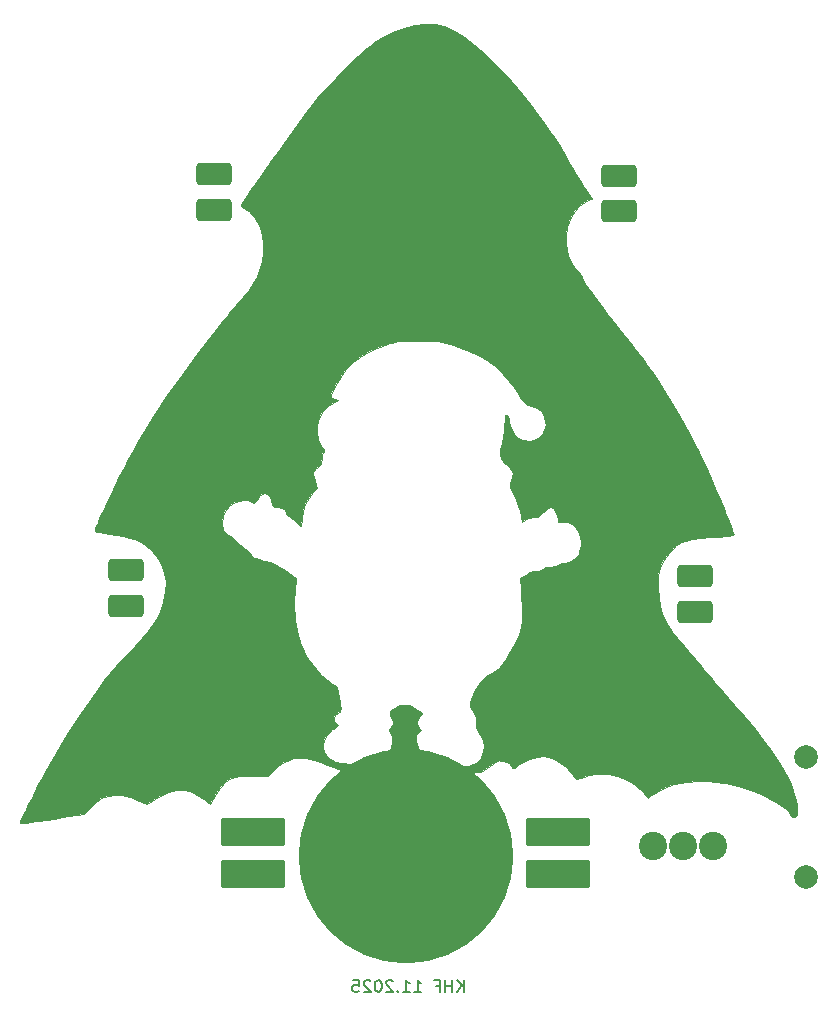
<source format=gbr>
%TF.GenerationSoftware,KiCad,Pcbnew,9.0.6*%
%TF.CreationDate,2025-12-01T09:21:34+01:00*%
%TF.ProjectId,BL_Santa,424c5f53-616e-4746-912e-6b696361645f,rev?*%
%TF.SameCoordinates,Original*%
%TF.FileFunction,Soldermask,Bot*%
%TF.FilePolarity,Negative*%
%FSLAX46Y46*%
G04 Gerber Fmt 4.6, Leading zero omitted, Abs format (unit mm)*
G04 Created by KiCad (PCBNEW 9.0.6) date 2025-12-01 09:21:34*
%MOMM*%
%LPD*%
G01*
G04 APERTURE LIST*
G04 Aperture macros list*
%AMRoundRect*
0 Rectangle with rounded corners*
0 $1 Rounding radius*
0 $2 $3 $4 $5 $6 $7 $8 $9 X,Y pos of 4 corners*
0 Add a 4 corners polygon primitive as box body*
4,1,4,$2,$3,$4,$5,$6,$7,$8,$9,$2,$3,0*
0 Add four circle primitives for the rounded corners*
1,1,$1+$1,$2,$3*
1,1,$1+$1,$4,$5*
1,1,$1+$1,$6,$7*
1,1,$1+$1,$8,$9*
0 Add four rect primitives between the rounded corners*
20,1,$1+$1,$2,$3,$4,$5,0*
20,1,$1+$1,$4,$5,$6,$7,0*
20,1,$1+$1,$6,$7,$8,$9,0*
20,1,$1+$1,$8,$9,$2,$3,0*%
G04 Aperture macros list end*
%ADD10C,0.150000*%
%ADD11C,0.010000*%
%ADD12RoundRect,0.316667X-1.183333X0.633333X-1.183333X-0.633333X1.183333X-0.633333X1.183333X0.633333X0*%
%ADD13RoundRect,0.200000X-2.500000X-1.000000X2.500000X-1.000000X2.500000X1.000000X-2.500000X1.000000X0*%
%ADD14C,18.180000*%
%ADD15C,2.400000*%
%ADD16C,2.000000*%
G04 APERTURE END LIST*
D10*
X124013220Y-142389819D02*
X124013220Y-141389819D01*
X123441792Y-142389819D02*
X123870363Y-141818390D01*
X123441792Y-141389819D02*
X124013220Y-141961247D01*
X123013220Y-142389819D02*
X123013220Y-141389819D01*
X123013220Y-141866009D02*
X122441792Y-141866009D01*
X122441792Y-142389819D02*
X122441792Y-141389819D01*
X121632268Y-141866009D02*
X121965601Y-141866009D01*
X121965601Y-142389819D02*
X121965601Y-141389819D01*
X121965601Y-141389819D02*
X121489411Y-141389819D01*
X119822744Y-142389819D02*
X120394172Y-142389819D01*
X120108458Y-142389819D02*
X120108458Y-141389819D01*
X120108458Y-141389819D02*
X120203696Y-141532676D01*
X120203696Y-141532676D02*
X120298934Y-141627914D01*
X120298934Y-141627914D02*
X120394172Y-141675533D01*
X118870363Y-142389819D02*
X119441791Y-142389819D01*
X119156077Y-142389819D02*
X119156077Y-141389819D01*
X119156077Y-141389819D02*
X119251315Y-141532676D01*
X119251315Y-141532676D02*
X119346553Y-141627914D01*
X119346553Y-141627914D02*
X119441791Y-141675533D01*
X118441791Y-142294580D02*
X118394172Y-142342200D01*
X118394172Y-142342200D02*
X118441791Y-142389819D01*
X118441791Y-142389819D02*
X118489410Y-142342200D01*
X118489410Y-142342200D02*
X118441791Y-142294580D01*
X118441791Y-142294580D02*
X118441791Y-142389819D01*
X118013220Y-141485057D02*
X117965601Y-141437438D01*
X117965601Y-141437438D02*
X117870363Y-141389819D01*
X117870363Y-141389819D02*
X117632268Y-141389819D01*
X117632268Y-141389819D02*
X117537030Y-141437438D01*
X117537030Y-141437438D02*
X117489411Y-141485057D01*
X117489411Y-141485057D02*
X117441792Y-141580295D01*
X117441792Y-141580295D02*
X117441792Y-141675533D01*
X117441792Y-141675533D02*
X117489411Y-141818390D01*
X117489411Y-141818390D02*
X118060839Y-142389819D01*
X118060839Y-142389819D02*
X117441792Y-142389819D01*
X116822744Y-141389819D02*
X116727506Y-141389819D01*
X116727506Y-141389819D02*
X116632268Y-141437438D01*
X116632268Y-141437438D02*
X116584649Y-141485057D01*
X116584649Y-141485057D02*
X116537030Y-141580295D01*
X116537030Y-141580295D02*
X116489411Y-141770771D01*
X116489411Y-141770771D02*
X116489411Y-142008866D01*
X116489411Y-142008866D02*
X116537030Y-142199342D01*
X116537030Y-142199342D02*
X116584649Y-142294580D01*
X116584649Y-142294580D02*
X116632268Y-142342200D01*
X116632268Y-142342200D02*
X116727506Y-142389819D01*
X116727506Y-142389819D02*
X116822744Y-142389819D01*
X116822744Y-142389819D02*
X116917982Y-142342200D01*
X116917982Y-142342200D02*
X116965601Y-142294580D01*
X116965601Y-142294580D02*
X117013220Y-142199342D01*
X117013220Y-142199342D02*
X117060839Y-142008866D01*
X117060839Y-142008866D02*
X117060839Y-141770771D01*
X117060839Y-141770771D02*
X117013220Y-141580295D01*
X117013220Y-141580295D02*
X116965601Y-141485057D01*
X116965601Y-141485057D02*
X116917982Y-141437438D01*
X116917982Y-141437438D02*
X116822744Y-141389819D01*
X116108458Y-141485057D02*
X116060839Y-141437438D01*
X116060839Y-141437438D02*
X115965601Y-141389819D01*
X115965601Y-141389819D02*
X115727506Y-141389819D01*
X115727506Y-141389819D02*
X115632268Y-141437438D01*
X115632268Y-141437438D02*
X115584649Y-141485057D01*
X115584649Y-141485057D02*
X115537030Y-141580295D01*
X115537030Y-141580295D02*
X115537030Y-141675533D01*
X115537030Y-141675533D02*
X115584649Y-141818390D01*
X115584649Y-141818390D02*
X116156077Y-142389819D01*
X116156077Y-142389819D02*
X115537030Y-142389819D01*
X114632268Y-141389819D02*
X115108458Y-141389819D01*
X115108458Y-141389819D02*
X115156077Y-141866009D01*
X115156077Y-141866009D02*
X115108458Y-141818390D01*
X115108458Y-141818390D02*
X115013220Y-141770771D01*
X115013220Y-141770771D02*
X114775125Y-141770771D01*
X114775125Y-141770771D02*
X114679887Y-141818390D01*
X114679887Y-141818390D02*
X114632268Y-141866009D01*
X114632268Y-141866009D02*
X114584649Y-141961247D01*
X114584649Y-141961247D02*
X114584649Y-142199342D01*
X114584649Y-142199342D02*
X114632268Y-142294580D01*
X114632268Y-142294580D02*
X114679887Y-142342200D01*
X114679887Y-142342200D02*
X114775125Y-142389819D01*
X114775125Y-142389819D02*
X115013220Y-142389819D01*
X115013220Y-142389819D02*
X115108458Y-142342200D01*
X115108458Y-142342200D02*
X115156077Y-142294580D01*
D11*
%TO.C,G\u002A\u002A\u002A*%
X121578185Y-60448350D02*
X122327579Y-60624060D01*
X122357563Y-60634660D01*
X123124034Y-60976805D01*
X123946247Y-61470877D01*
X124818080Y-62111178D01*
X125733410Y-62892008D01*
X126686113Y-63807668D01*
X127670067Y-64852458D01*
X128679149Y-66020679D01*
X129707235Y-67306631D01*
X130146419Y-67884733D01*
X130641392Y-68551108D01*
X131055207Y-69122685D01*
X131412367Y-69636990D01*
X131737372Y-70131553D01*
X132054724Y-70643900D01*
X132388922Y-71211559D01*
X132764469Y-71872059D01*
X132854984Y-72033400D01*
X133151852Y-72548623D01*
X133491685Y-73114760D01*
X133835813Y-73668673D01*
X134145569Y-74147227D01*
X134192727Y-74217583D01*
X134430958Y-74574867D01*
X134627754Y-74878074D01*
X134767104Y-75101891D01*
X134832998Y-75221006D01*
X134835394Y-75233583D01*
X134749299Y-75277397D01*
X134554944Y-75375090D01*
X134312331Y-75496547D01*
X133777380Y-75856100D01*
X133336674Y-76343804D01*
X132998816Y-76941730D01*
X132772410Y-77631951D01*
X132666060Y-78396538D01*
X132665557Y-78928242D01*
X132746499Y-79627846D01*
X132919813Y-80214427D01*
X133199524Y-80725080D01*
X133473685Y-81065486D01*
X133709214Y-81361070D01*
X133939653Y-81710881D01*
X134042774Y-81897066D01*
X134323699Y-82414349D01*
X134668434Y-82969427D01*
X135090575Y-83581890D01*
X135603719Y-84271332D01*
X136221461Y-85057343D01*
X136326832Y-85188314D01*
X137007638Y-86033902D01*
X137593348Y-86765552D01*
X138096687Y-87399894D01*
X138530379Y-87953561D01*
X138907148Y-88443186D01*
X139239718Y-88885400D01*
X139540814Y-89296834D01*
X139823160Y-89694122D01*
X140099480Y-90093895D01*
X140253865Y-90321400D01*
X141233713Y-91825239D01*
X142146575Y-93338009D01*
X143010262Y-94892883D01*
X143842583Y-96523033D01*
X144661350Y-98261631D01*
X145322367Y-99761733D01*
X145549519Y-100297188D01*
X145784181Y-100860637D01*
X146017210Y-101429068D01*
X146239465Y-101979466D01*
X146441802Y-102488816D01*
X146615079Y-102934106D01*
X146750155Y-103292321D01*
X146837887Y-103540447D01*
X146869133Y-103655442D01*
X146832468Y-103700525D01*
X146711560Y-103741288D01*
X146490043Y-103779902D01*
X146151547Y-103818538D01*
X145679706Y-103859370D01*
X145058152Y-103904569D01*
X144921800Y-103913828D01*
X144058446Y-103986953D01*
X143354602Y-104080009D01*
X142801443Y-104194554D01*
X142390144Y-104332147D01*
X142293064Y-104378170D01*
X142017740Y-104568102D01*
X141699318Y-104859654D01*
X141379239Y-105207724D01*
X141098944Y-105567214D01*
X140899875Y-105893021D01*
X140898447Y-105895931D01*
X140651842Y-106495244D01*
X140503489Y-107107080D01*
X140440403Y-107792195D01*
X140436064Y-108059066D01*
X140516295Y-109121720D01*
X140757241Y-110131855D01*
X141157613Y-111086233D01*
X141716121Y-111981611D01*
X142255221Y-112631066D01*
X142480068Y-112881595D01*
X142772924Y-113220044D01*
X143095960Y-113602150D01*
X143411346Y-113983654D01*
X143413042Y-113985733D01*
X143649020Y-114270099D01*
X143976946Y-114658133D01*
X144376781Y-115126492D01*
X144828484Y-115651832D01*
X145312014Y-116210808D01*
X145807331Y-116780077D01*
X146066098Y-117076066D01*
X147074214Y-118238618D01*
X147967303Y-119293945D01*
X148752559Y-120252023D01*
X149437175Y-121122827D01*
X150028344Y-121916335D01*
X150533259Y-122642520D01*
X150959115Y-123311360D01*
X151313104Y-123932830D01*
X151602419Y-124516906D01*
X151834255Y-125073564D01*
X151835686Y-125077372D01*
X152011959Y-125608616D01*
X152145297Y-126135979D01*
X152229828Y-126623613D01*
X152259685Y-127035674D01*
X152228997Y-127336314D01*
X152213425Y-127384233D01*
X152089492Y-127557849D01*
X151931145Y-127615966D01*
X151791122Y-127550516D01*
X151740287Y-127456621D01*
X151653802Y-127316541D01*
X151479854Y-127112996D01*
X151290082Y-126922725D01*
X150707991Y-126462766D01*
X149983489Y-126028715D01*
X149142718Y-125630273D01*
X148211822Y-125277142D01*
X147216945Y-124979022D01*
X146184231Y-124745615D01*
X145139823Y-124586622D01*
X144936246Y-124565038D01*
X143850765Y-124519916D01*
X142811459Y-124597763D01*
X141838165Y-124793922D01*
X140950717Y-125103737D01*
X140168951Y-125522554D01*
X139835323Y-125762314D01*
X139617180Y-125934859D01*
X139082577Y-125411750D01*
X138389030Y-124806368D01*
X137703871Y-124361569D01*
X137010978Y-124070387D01*
X136294234Y-123925854D01*
X135619939Y-123915117D01*
X135160614Y-123965848D01*
X134651194Y-124055446D01*
X134199809Y-124164799D01*
X134188555Y-124168108D01*
X133488311Y-124375334D01*
X133195901Y-123976992D01*
X132655978Y-123349675D01*
X132080040Y-122885832D01*
X131473045Y-122586397D01*
X130839949Y-122452306D01*
X130185711Y-122484494D01*
X129515287Y-122683898D01*
X128833634Y-123051451D01*
X128715861Y-123131518D01*
X128425739Y-123329050D01*
X128241848Y-123432348D01*
X128135190Y-123449095D01*
X128076766Y-123386972D01*
X128050856Y-123307689D01*
X127918330Y-123106519D01*
X127658659Y-122939675D01*
X127313722Y-122831290D01*
X127192118Y-122812888D01*
X127002516Y-122799593D01*
X126849860Y-122823430D01*
X126690208Y-122904675D01*
X126479615Y-123063599D01*
X126271824Y-123237464D01*
X125983635Y-123465901D01*
X125719379Y-123626982D01*
X125438830Y-123732374D01*
X125101762Y-123793747D01*
X124667952Y-123822768D01*
X124227290Y-123830513D01*
X123808304Y-123812771D01*
X123459472Y-123740631D01*
X123118830Y-123610063D01*
X122747339Y-123465851D01*
X122320847Y-123329283D01*
X122040480Y-123255850D01*
X121605979Y-123147071D01*
X121273297Y-123032236D01*
X120976430Y-122882730D01*
X120649375Y-122669935D01*
X120585502Y-122625037D01*
X120321446Y-122455623D01*
X120084199Y-122359580D01*
X119796992Y-122311592D01*
X119589057Y-122296462D01*
X119141490Y-122294031D01*
X118721966Y-122348425D01*
X118282697Y-122471233D01*
X117775895Y-122674042D01*
X117489800Y-122805486D01*
X116821064Y-123086944D01*
X116114319Y-123322879D01*
X115417259Y-123500677D01*
X114777576Y-123607725D01*
X114357133Y-123634004D01*
X114044679Y-123621534D01*
X113728165Y-123578591D01*
X113379155Y-123497062D01*
X112969210Y-123368832D01*
X112469894Y-123185789D01*
X111852768Y-122939818D01*
X111690133Y-122873060D01*
X111300381Y-122724177D01*
X110978217Y-122637993D01*
X110641700Y-122597743D01*
X110293133Y-122587212D01*
X109909782Y-122591195D01*
X109625684Y-122621117D01*
X109371161Y-122691223D01*
X109076535Y-122815760D01*
X108999949Y-122851626D01*
X108408710Y-123208531D01*
X107941615Y-123610903D01*
X107456800Y-124099082D01*
X106102133Y-124101241D01*
X105586594Y-124103678D01*
X105207431Y-124111712D01*
X104931694Y-124129267D01*
X104726433Y-124160269D01*
X104558699Y-124208642D01*
X104395543Y-124278312D01*
X104324133Y-124313046D01*
X103804671Y-124649669D01*
X103350442Y-125118323D01*
X102946859Y-125734624D01*
X102880672Y-125858206D01*
X102539990Y-126512346D01*
X102077395Y-126130791D01*
X101452492Y-125682536D01*
X100845649Y-125391719D01*
X100241568Y-125258016D01*
X99624948Y-125281104D01*
X98980489Y-125460660D01*
X98292892Y-125796358D01*
X97898403Y-126042355D01*
X97196587Y-126509328D01*
X96527026Y-126220035D01*
X95736486Y-125917392D01*
X95041937Y-125741300D01*
X94424093Y-125694272D01*
X93863670Y-125778822D01*
X93341380Y-125997464D01*
X92837938Y-126352711D01*
X92418239Y-126755608D01*
X91878133Y-127331734D01*
X90565800Y-127527742D01*
X89979773Y-127617020D01*
X89303139Y-127722869D01*
X88612182Y-127833208D01*
X87983185Y-127935950D01*
X87870362Y-127954719D01*
X87330908Y-128041624D01*
X86938303Y-128096641D01*
X86673426Y-128121460D01*
X86517154Y-128117771D01*
X86450367Y-128087263D01*
X86446884Y-128080475D01*
X86471968Y-127976007D01*
X86565745Y-127742852D01*
X86717903Y-127402097D01*
X86918132Y-126974829D01*
X87156119Y-126482133D01*
X87421553Y-125945098D01*
X87704122Y-125384808D01*
X87993515Y-124822351D01*
X88279421Y-124278814D01*
X88551527Y-123775282D01*
X88557325Y-123764733D01*
X89479838Y-122142816D01*
X90446547Y-120548484D01*
X91433620Y-119019072D01*
X92417225Y-117591915D01*
X93042956Y-116737400D01*
X93595521Y-116011094D01*
X94086468Y-115387286D01*
X94548326Y-114827726D01*
X95013626Y-114294165D01*
X95514899Y-113748353D01*
X96084675Y-113152041D01*
X96146036Y-113088815D01*
X96771513Y-112421411D01*
X97278762Y-111824071D01*
X97688078Y-111269467D01*
X98019756Y-110730273D01*
X98274350Y-110223071D01*
X98581375Y-109378213D01*
X98743443Y-108536397D01*
X98765788Y-107714273D01*
X98653646Y-106928491D01*
X98412253Y-106195703D01*
X98046845Y-105532558D01*
X97562657Y-104955707D01*
X96964925Y-104481801D01*
X96371782Y-104172480D01*
X96062121Y-104065771D01*
X95632186Y-103947328D01*
X95125406Y-103826124D01*
X94585204Y-103711129D01*
X94055008Y-103611315D01*
X93578244Y-103535654D01*
X93198337Y-103493117D01*
X93054080Y-103487066D01*
X92878217Y-103444954D01*
X92801957Y-103371027D01*
X92815772Y-103233929D01*
X92902028Y-102964232D01*
X93016664Y-102670695D01*
X103544037Y-102670695D01*
X103558577Y-102852923D01*
X103597620Y-103097970D01*
X103662801Y-103269963D01*
X103788197Y-103420585D01*
X104007885Y-103601518D01*
X104096623Y-103668945D01*
X104374271Y-103891270D01*
X104624734Y-104113545D01*
X104781633Y-104274270D01*
X104967663Y-104457794D01*
X105228974Y-104671808D01*
X105414034Y-104804916D01*
X105671803Y-105009903D01*
X105883251Y-105233194D01*
X105972794Y-105369910D01*
X106098165Y-105566411D01*
X106272283Y-105652700D01*
X106413449Y-105671960D01*
X106647527Y-105720850D01*
X106812779Y-105806613D01*
X106825722Y-105820126D01*
X106982444Y-105903101D01*
X107246860Y-105941418D01*
X107300856Y-105942400D01*
X107492277Y-105957147D01*
X107689984Y-106011817D01*
X107930097Y-106122053D01*
X108248737Y-106303497D01*
X108521439Y-106471003D01*
X108879286Y-106697541D01*
X109203824Y-106908748D01*
X109456299Y-107079063D01*
X109586685Y-107173690D01*
X109805005Y-107347772D01*
X109701626Y-108553533D01*
X109668067Y-109016342D01*
X109648100Y-109444911D01*
X109642873Y-109798164D01*
X109653531Y-110035024D01*
X109659214Y-110073347D01*
X109696843Y-110338071D01*
X109727727Y-110679076D01*
X109739867Y-110897435D01*
X109791049Y-111327249D01*
X109906529Y-111857482D01*
X110071265Y-112438959D01*
X110270212Y-113022505D01*
X110488327Y-113558943D01*
X110662739Y-113914226D01*
X110903182Y-114296623D01*
X111221508Y-114719492D01*
X111587821Y-115150618D01*
X111972225Y-115557783D01*
X112344825Y-115908770D01*
X112675724Y-116171363D01*
X112860187Y-116282281D01*
X113059899Y-116389312D01*
X113185233Y-116502259D01*
X113270278Y-116670754D01*
X113349123Y-116944427D01*
X113368802Y-117022797D01*
X113454283Y-117416962D01*
X113527734Y-117842736D01*
X113561797Y-118104905D01*
X113586258Y-118394645D01*
X113577313Y-118564112D01*
X113523801Y-118660900D01*
X113414627Y-118732568D01*
X113133782Y-118940491D01*
X113019898Y-119176333D01*
X113072833Y-119440623D01*
X113179203Y-119606248D01*
X113355940Y-119830933D01*
X113158037Y-119995849D01*
X112999318Y-120113863D01*
X112899376Y-120163583D01*
X112805336Y-120232744D01*
X112655640Y-120407513D01*
X112479027Y-120646694D01*
X112304234Y-120909090D01*
X112160002Y-121153506D01*
X112075067Y-121338745D01*
X112071562Y-121350236D01*
X112058054Y-121681530D01*
X112175969Y-122039021D01*
X112400213Y-122384280D01*
X112705692Y-122678880D01*
X113067314Y-122884390D01*
X113075372Y-122887490D01*
X113713678Y-123044512D01*
X114443611Y-123067988D01*
X115254533Y-122959342D01*
X116135809Y-122719994D01*
X117073115Y-122353017D01*
X117382375Y-122203412D01*
X117580770Y-122067340D01*
X117717437Y-121902892D01*
X117817653Y-121717998D01*
X117946230Y-121286026D01*
X117943276Y-120833348D01*
X117810923Y-120420397D01*
X117769363Y-120348291D01*
X117697576Y-120205330D01*
X117719095Y-120090590D01*
X117849031Y-119935166D01*
X117863207Y-119920324D01*
X118030013Y-119707648D01*
X118066624Y-119518638D01*
X117973990Y-119299672D01*
X117876669Y-119158356D01*
X117742015Y-118914002D01*
X117742944Y-118706417D01*
X117889035Y-118513599D01*
X118189868Y-118313547D01*
X118261258Y-118275036D01*
X118576519Y-118129191D01*
X118837150Y-118067937D01*
X119115527Y-118071713D01*
X119389058Y-118131321D01*
X119697571Y-118249615D01*
X119999294Y-118403386D01*
X120252453Y-118569426D01*
X120415275Y-118724525D01*
X120453133Y-118814863D01*
X120395158Y-118963071D01*
X120254309Y-119138083D01*
X120241466Y-119150400D01*
X120065376Y-119415595D01*
X120049171Y-119712553D01*
X120194137Y-120013717D01*
X120200878Y-120022388D01*
X120371956Y-120239879D01*
X120147593Y-120464243D01*
X120013338Y-120620235D01*
X119957615Y-120775642D01*
X119961324Y-121001269D01*
X119973216Y-121110674D01*
X120039555Y-121426291D01*
X120147349Y-121721454D01*
X120194333Y-121809634D01*
X120409859Y-122050921D01*
X120742601Y-122300103D01*
X121144361Y-122528863D01*
X121566938Y-122708885D01*
X121872948Y-122795803D01*
X122239644Y-122892630D01*
X122622066Y-123024518D01*
X122779167Y-123090382D01*
X123258923Y-123237611D01*
X123818850Y-123294080D01*
X124393712Y-123255810D01*
X124648683Y-123204422D01*
X125052819Y-123032797D01*
X125359999Y-122738852D01*
X125582352Y-122309016D01*
X125655096Y-122078316D01*
X125740879Y-121551629D01*
X125685758Y-121099993D01*
X125485834Y-120698938D01*
X125421777Y-120614749D01*
X125178711Y-120243119D01*
X125077120Y-119884051D01*
X125085037Y-119585914D01*
X125082624Y-119231260D01*
X124992286Y-118913464D01*
X124832288Y-118686302D01*
X124763164Y-118638135D01*
X124601942Y-118461886D01*
X124536071Y-118177740D01*
X124562283Y-117815450D01*
X124677309Y-117404770D01*
X124877881Y-116975454D01*
X124961060Y-116836690D01*
X125330066Y-116299853D01*
X125677990Y-115895912D01*
X126033503Y-115595904D01*
X126400325Y-115382733D01*
X126662282Y-115241427D01*
X126892271Y-115075758D01*
X127109766Y-114862470D01*
X127334243Y-114578309D01*
X127585177Y-114200021D01*
X127882044Y-113704351D01*
X128048114Y-113415202D01*
X128365214Y-112839222D01*
X128597990Y-112358891D01*
X128758648Y-111930732D01*
X128859396Y-111511268D01*
X128912440Y-111057024D01*
X128929985Y-110524522D01*
X128929763Y-110274949D01*
X128924202Y-109853651D01*
X128914717Y-109494838D01*
X128902536Y-109231720D01*
X128888889Y-109097502D01*
X128885846Y-109088625D01*
X128868344Y-108984307D01*
X128849987Y-108749891D01*
X128833419Y-108424577D01*
X128824924Y-108185075D01*
X128799771Y-107339400D01*
X129258207Y-107064233D01*
X129649667Y-106869031D01*
X129992070Y-106791947D01*
X130073725Y-106789066D01*
X130410734Y-106738804D01*
X130692816Y-106568601D01*
X130927581Y-106415780D01*
X131132541Y-106393751D01*
X131161570Y-106400025D01*
X131368017Y-106403323D01*
X131637241Y-106349312D01*
X131731558Y-106318500D01*
X132012539Y-106224435D01*
X132370410Y-106116689D01*
X132656291Y-106037704D01*
X133080112Y-105910395D01*
X133374650Y-105771542D01*
X133578917Y-105590880D01*
X133731924Y-105338145D01*
X133815781Y-105138203D01*
X133958793Y-104666017D01*
X133984689Y-104256278D01*
X133890616Y-103846462D01*
X133741231Y-103504671D01*
X133472575Y-103071154D01*
X133163836Y-102788658D01*
X132788901Y-102639448D01*
X132415284Y-102604114D01*
X131967800Y-102604114D01*
X131967800Y-102321719D01*
X131912411Y-101978888D01*
X131765636Y-101678927D01*
X131556558Y-101462715D01*
X131314262Y-101371133D01*
X131290964Y-101370400D01*
X131186484Y-101425053D01*
X131000275Y-101569028D01*
X130770782Y-101772349D01*
X130748051Y-101793733D01*
X130503951Y-102015694D01*
X130323621Y-102142685D01*
X130152576Y-102200941D01*
X129936333Y-102216695D01*
X129868840Y-102217066D01*
X129550401Y-102241676D01*
X129321586Y-102330626D01*
X129200845Y-102420406D01*
X128964448Y-102623747D01*
X128738701Y-101705598D01*
X128610007Y-101243598D01*
X128450612Y-100760221D01*
X128285725Y-100328954D01*
X128201914Y-100140768D01*
X128052124Y-99823774D01*
X127967985Y-99612971D01*
X127941141Y-99462244D01*
X127963240Y-99325477D01*
X128024336Y-99160530D01*
X128139090Y-98809904D01*
X128154688Y-98528449D01*
X128059232Y-98269419D01*
X127840822Y-97986069D01*
X127683810Y-97822682D01*
X127448037Y-97578826D01*
X127255772Y-97365141D01*
X127142804Y-97221720D01*
X127133476Y-97206132D01*
X127063402Y-96914172D01*
X127094982Y-96498180D01*
X127227368Y-95968907D01*
X127232780Y-95951733D01*
X127343835Y-95481928D01*
X127423394Y-94888639D01*
X127455781Y-94444999D01*
X127480724Y-94023748D01*
X127507791Y-93746126D01*
X127541882Y-93586452D01*
X127587902Y-93519046D01*
X127633573Y-93513666D01*
X127731074Y-93615840D01*
X127825319Y-93884836D01*
X127881454Y-94131400D01*
X128001355Y-94612696D01*
X128154031Y-94969301D01*
X128364593Y-95245683D01*
X128639136Y-95473050D01*
X129074262Y-95689585D01*
X129517223Y-95755345D01*
X129941995Y-95685469D01*
X130322555Y-95495096D01*
X130632879Y-95199365D01*
X130846946Y-94813414D01*
X130938731Y-94352383D01*
X130934373Y-94137790D01*
X130817339Y-93633452D01*
X130566262Y-93226292D01*
X130193435Y-92928287D01*
X129711152Y-92751410D01*
X129474561Y-92715708D01*
X129361964Y-92689834D01*
X129251709Y-92619718D01*
X129123891Y-92482401D01*
X128958603Y-92254927D01*
X128735941Y-91914336D01*
X128617452Y-91727153D01*
X128194802Y-91114895D01*
X127704735Y-90502348D01*
X127180889Y-89926089D01*
X126656901Y-89422697D01*
X126166409Y-89028748D01*
X126083466Y-88971744D01*
X125228685Y-88475343D01*
X124235486Y-88035535D01*
X123091624Y-87646906D01*
X123077800Y-87642789D01*
X121850133Y-87277702D01*
X120114466Y-87279922D01*
X119520868Y-87281811D01*
X119064584Y-87287768D01*
X118713597Y-87300813D01*
X118435892Y-87323964D01*
X118199451Y-87360241D01*
X117972258Y-87412662D01*
X117722298Y-87484247D01*
X117621529Y-87514997D01*
X116683256Y-87838921D01*
X115887054Y-88195785D01*
X115206428Y-88602438D01*
X114614880Y-89075728D01*
X114085915Y-89632504D01*
X113873931Y-89898066D01*
X113649031Y-90214702D01*
X113417352Y-90576919D01*
X113194681Y-90955180D01*
X112996808Y-91319946D01*
X112839520Y-91641678D01*
X112738608Y-91890838D01*
X112709858Y-92037887D01*
X112718904Y-92058976D01*
X112843877Y-92125541D01*
X113055259Y-92197067D01*
X113087133Y-92205655D01*
X113383466Y-92282833D01*
X112949689Y-92504609D01*
X112499558Y-92806181D01*
X112105929Y-93204192D01*
X111810312Y-93651109D01*
X111689741Y-93947466D01*
X111584161Y-94497199D01*
X111578807Y-95055636D01*
X111667419Y-95580527D01*
X111843735Y-96029624D01*
X112038416Y-96300437D01*
X112181587Y-96462409D01*
X112215793Y-96565505D01*
X112154191Y-96668147D01*
X112127909Y-96697774D01*
X112022517Y-96920957D01*
X111986466Y-97249787D01*
X111971517Y-97500704D01*
X111903711Y-97679541D01*
X111748613Y-97858080D01*
X111651415Y-97948206D01*
X111451632Y-98147557D01*
X111308896Y-98324716D01*
X111269850Y-98397456D01*
X111273662Y-98546255D01*
X111327447Y-98799932D01*
X111419777Y-99105555D01*
X111427599Y-99128127D01*
X111631861Y-99712246D01*
X111279997Y-100103678D01*
X110883488Y-100604268D01*
X110612386Y-101103982D01*
X110440250Y-101661702D01*
X110360408Y-102151655D01*
X110316700Y-102496967D01*
X110276941Y-102773098D01*
X110247012Y-102940894D01*
X110237131Y-102972531D01*
X110171054Y-102934693D01*
X110033116Y-102799135D01*
X109918793Y-102671128D01*
X109673491Y-102435349D01*
X109392267Y-102234896D01*
X109284314Y-102177971D01*
X109035273Y-102030657D01*
X108940354Y-101877879D01*
X108938466Y-101851041D01*
X108866290Y-101599560D01*
X108655544Y-101437757D01*
X108314902Y-101371683D01*
X108249624Y-101370400D01*
X108040177Y-101369053D01*
X107911035Y-101342257D01*
X107833201Y-101255880D01*
X107777682Y-101075788D01*
X107715479Y-100767848D01*
X107708764Y-100733715D01*
X107599426Y-100497126D01*
X107404060Y-100297839D01*
X107181421Y-100190942D01*
X107123605Y-100185066D01*
X106935766Y-100255059D01*
X106708299Y-100442357D01*
X106477564Y-100712942D01*
X106345727Y-100912833D01*
X106268708Y-101020846D01*
X106189787Y-101012200D01*
X106073996Y-100915887D01*
X105769083Y-100751230D01*
X105381435Y-100708440D01*
X104946213Y-100787833D01*
X104658421Y-100903166D01*
X104172414Y-101224191D01*
X103817566Y-101638401D01*
X103604549Y-102126876D01*
X103544037Y-102670695D01*
X93016664Y-102670695D01*
X93052728Y-102578351D01*
X93259880Y-102092698D01*
X93515488Y-101523686D01*
X93811558Y-100887728D01*
X94140096Y-100201236D01*
X94493107Y-99480624D01*
X94862597Y-98742304D01*
X95240572Y-98002689D01*
X95619037Y-97278192D01*
X95989998Y-96585227D01*
X96345461Y-95940205D01*
X96677430Y-95359539D01*
X96828144Y-95105066D01*
X97812510Y-93526746D01*
X98915656Y-91870118D01*
X100121118Y-90158769D01*
X101412434Y-88416291D01*
X102294465Y-87272497D01*
X102625884Y-86848140D01*
X102948677Y-86432735D01*
X103236794Y-86059954D01*
X103464182Y-85763473D01*
X103571677Y-85621497D01*
X103762534Y-85378990D01*
X104032653Y-85051864D01*
X104347668Y-84681049D01*
X104673211Y-84307472D01*
X104708396Y-84267733D01*
X105311156Y-83568045D01*
X105798424Y-82953359D01*
X106184563Y-82399998D01*
X106483936Y-81884284D01*
X106710906Y-81382537D01*
X106879835Y-80871080D01*
X106956776Y-80561122D01*
X107059709Y-79818101D01*
X107053071Y-79053234D01*
X106943573Y-78305918D01*
X106737927Y-77615551D01*
X106442842Y-77021531D01*
X106324720Y-76850355D01*
X106089945Y-76585229D01*
X105791730Y-76312081D01*
X105480239Y-76071708D01*
X105205634Y-75904904D01*
X105116214Y-75867538D01*
X105118798Y-75788799D01*
X105216348Y-75598478D01*
X105397394Y-75316693D01*
X105567040Y-75076653D01*
X105758783Y-74810420D01*
X106029196Y-74430626D01*
X106360296Y-73962752D01*
X106734100Y-73432276D01*
X107132628Y-72864678D01*
X107537896Y-72285439D01*
X107625179Y-72160400D01*
X108448983Y-70986615D01*
X109193792Y-69941123D01*
X109871252Y-69009185D01*
X110493007Y-68176060D01*
X111070704Y-67427010D01*
X111615987Y-66747295D01*
X112140500Y-66122175D01*
X112655890Y-65536911D01*
X113173801Y-64976764D01*
X113705879Y-64426993D01*
X113848469Y-64283440D01*
X114497755Y-63645352D01*
X115068688Y-63113962D01*
X115590555Y-62665246D01*
X116092642Y-62275183D01*
X116604236Y-61919749D01*
X117139104Y-61584239D01*
X118055675Y-61100029D01*
X118976927Y-60740867D01*
X119883802Y-60510222D01*
X120757240Y-60411560D01*
X121578185Y-60448350D01*
G36*
X121578185Y-60448350D02*
G01*
X122327579Y-60624060D01*
X122357563Y-60634660D01*
X123124034Y-60976805D01*
X123946247Y-61470877D01*
X124818080Y-62111178D01*
X125733410Y-62892008D01*
X126686113Y-63807668D01*
X127670067Y-64852458D01*
X128679149Y-66020679D01*
X129707235Y-67306631D01*
X130146419Y-67884733D01*
X130641392Y-68551108D01*
X131055207Y-69122685D01*
X131412367Y-69636990D01*
X131737372Y-70131553D01*
X132054724Y-70643900D01*
X132388922Y-71211559D01*
X132764469Y-71872059D01*
X132854984Y-72033400D01*
X133151852Y-72548623D01*
X133491685Y-73114760D01*
X133835813Y-73668673D01*
X134145569Y-74147227D01*
X134192727Y-74217583D01*
X134430958Y-74574867D01*
X134627754Y-74878074D01*
X134767104Y-75101891D01*
X134832998Y-75221006D01*
X134835394Y-75233583D01*
X134749299Y-75277397D01*
X134554944Y-75375090D01*
X134312331Y-75496547D01*
X133777380Y-75856100D01*
X133336674Y-76343804D01*
X132998816Y-76941730D01*
X132772410Y-77631951D01*
X132666060Y-78396538D01*
X132665557Y-78928242D01*
X132746499Y-79627846D01*
X132919813Y-80214427D01*
X133199524Y-80725080D01*
X133473685Y-81065486D01*
X133709214Y-81361070D01*
X133939653Y-81710881D01*
X134042774Y-81897066D01*
X134323699Y-82414349D01*
X134668434Y-82969427D01*
X135090575Y-83581890D01*
X135603719Y-84271332D01*
X136221461Y-85057343D01*
X136326832Y-85188314D01*
X137007638Y-86033902D01*
X137593348Y-86765552D01*
X138096687Y-87399894D01*
X138530379Y-87953561D01*
X138907148Y-88443186D01*
X139239718Y-88885400D01*
X139540814Y-89296834D01*
X139823160Y-89694122D01*
X140099480Y-90093895D01*
X140253865Y-90321400D01*
X141233713Y-91825239D01*
X142146575Y-93338009D01*
X143010262Y-94892883D01*
X143842583Y-96523033D01*
X144661350Y-98261631D01*
X145322367Y-99761733D01*
X145549519Y-100297188D01*
X145784181Y-100860637D01*
X146017210Y-101429068D01*
X146239465Y-101979466D01*
X146441802Y-102488816D01*
X146615079Y-102934106D01*
X146750155Y-103292321D01*
X146837887Y-103540447D01*
X146869133Y-103655442D01*
X146832468Y-103700525D01*
X146711560Y-103741288D01*
X146490043Y-103779902D01*
X146151547Y-103818538D01*
X145679706Y-103859370D01*
X145058152Y-103904569D01*
X144921800Y-103913828D01*
X144058446Y-103986953D01*
X143354602Y-104080009D01*
X142801443Y-104194554D01*
X142390144Y-104332147D01*
X142293064Y-104378170D01*
X142017740Y-104568102D01*
X141699318Y-104859654D01*
X141379239Y-105207724D01*
X141098944Y-105567214D01*
X140899875Y-105893021D01*
X140898447Y-105895931D01*
X140651842Y-106495244D01*
X140503489Y-107107080D01*
X140440403Y-107792195D01*
X140436064Y-108059066D01*
X140516295Y-109121720D01*
X140757241Y-110131855D01*
X141157613Y-111086233D01*
X141716121Y-111981611D01*
X142255221Y-112631066D01*
X142480068Y-112881595D01*
X142772924Y-113220044D01*
X143095960Y-113602150D01*
X143411346Y-113983654D01*
X143413042Y-113985733D01*
X143649020Y-114270099D01*
X143976946Y-114658133D01*
X144376781Y-115126492D01*
X144828484Y-115651832D01*
X145312014Y-116210808D01*
X145807331Y-116780077D01*
X146066098Y-117076066D01*
X147074214Y-118238618D01*
X147967303Y-119293945D01*
X148752559Y-120252023D01*
X149437175Y-121122827D01*
X150028344Y-121916335D01*
X150533259Y-122642520D01*
X150959115Y-123311360D01*
X151313104Y-123932830D01*
X151602419Y-124516906D01*
X151834255Y-125073564D01*
X151835686Y-125077372D01*
X152011959Y-125608616D01*
X152145297Y-126135979D01*
X152229828Y-126623613D01*
X152259685Y-127035674D01*
X152228997Y-127336314D01*
X152213425Y-127384233D01*
X152089492Y-127557849D01*
X151931145Y-127615966D01*
X151791122Y-127550516D01*
X151740287Y-127456621D01*
X151653802Y-127316541D01*
X151479854Y-127112996D01*
X151290082Y-126922725D01*
X150707991Y-126462766D01*
X149983489Y-126028715D01*
X149142718Y-125630273D01*
X148211822Y-125277142D01*
X147216945Y-124979022D01*
X146184231Y-124745615D01*
X145139823Y-124586622D01*
X144936246Y-124565038D01*
X143850765Y-124519916D01*
X142811459Y-124597763D01*
X141838165Y-124793922D01*
X140950717Y-125103737D01*
X140168951Y-125522554D01*
X139835323Y-125762314D01*
X139617180Y-125934859D01*
X139082577Y-125411750D01*
X138389030Y-124806368D01*
X137703871Y-124361569D01*
X137010978Y-124070387D01*
X136294234Y-123925854D01*
X135619939Y-123915117D01*
X135160614Y-123965848D01*
X134651194Y-124055446D01*
X134199809Y-124164799D01*
X134188555Y-124168108D01*
X133488311Y-124375334D01*
X133195901Y-123976992D01*
X132655978Y-123349675D01*
X132080040Y-122885832D01*
X131473045Y-122586397D01*
X130839949Y-122452306D01*
X130185711Y-122484494D01*
X129515287Y-122683898D01*
X128833634Y-123051451D01*
X128715861Y-123131518D01*
X128425739Y-123329050D01*
X128241848Y-123432348D01*
X128135190Y-123449095D01*
X128076766Y-123386972D01*
X128050856Y-123307689D01*
X127918330Y-123106519D01*
X127658659Y-122939675D01*
X127313722Y-122831290D01*
X127192118Y-122812888D01*
X127002516Y-122799593D01*
X126849860Y-122823430D01*
X126690208Y-122904675D01*
X126479615Y-123063599D01*
X126271824Y-123237464D01*
X125983635Y-123465901D01*
X125719379Y-123626982D01*
X125438830Y-123732374D01*
X125101762Y-123793747D01*
X124667952Y-123822768D01*
X124227290Y-123830513D01*
X123808304Y-123812771D01*
X123459472Y-123740631D01*
X123118830Y-123610063D01*
X122747339Y-123465851D01*
X122320847Y-123329283D01*
X122040480Y-123255850D01*
X121605979Y-123147071D01*
X121273297Y-123032236D01*
X120976430Y-122882730D01*
X120649375Y-122669935D01*
X120585502Y-122625037D01*
X120321446Y-122455623D01*
X120084199Y-122359580D01*
X119796992Y-122311592D01*
X119589057Y-122296462D01*
X119141490Y-122294031D01*
X118721966Y-122348425D01*
X118282697Y-122471233D01*
X117775895Y-122674042D01*
X117489800Y-122805486D01*
X116821064Y-123086944D01*
X116114319Y-123322879D01*
X115417259Y-123500677D01*
X114777576Y-123607725D01*
X114357133Y-123634004D01*
X114044679Y-123621534D01*
X113728165Y-123578591D01*
X113379155Y-123497062D01*
X112969210Y-123368832D01*
X112469894Y-123185789D01*
X111852768Y-122939818D01*
X111690133Y-122873060D01*
X111300381Y-122724177D01*
X110978217Y-122637993D01*
X110641700Y-122597743D01*
X110293133Y-122587212D01*
X109909782Y-122591195D01*
X109625684Y-122621117D01*
X109371161Y-122691223D01*
X109076535Y-122815760D01*
X108999949Y-122851626D01*
X108408710Y-123208531D01*
X107941615Y-123610903D01*
X107456800Y-124099082D01*
X106102133Y-124101241D01*
X105586594Y-124103678D01*
X105207431Y-124111712D01*
X104931694Y-124129267D01*
X104726433Y-124160269D01*
X104558699Y-124208642D01*
X104395543Y-124278312D01*
X104324133Y-124313046D01*
X103804671Y-124649669D01*
X103350442Y-125118323D01*
X102946859Y-125734624D01*
X102880672Y-125858206D01*
X102539990Y-126512346D01*
X102077395Y-126130791D01*
X101452492Y-125682536D01*
X100845649Y-125391719D01*
X100241568Y-125258016D01*
X99624948Y-125281104D01*
X98980489Y-125460660D01*
X98292892Y-125796358D01*
X97898403Y-126042355D01*
X97196587Y-126509328D01*
X96527026Y-126220035D01*
X95736486Y-125917392D01*
X95041937Y-125741300D01*
X94424093Y-125694272D01*
X93863670Y-125778822D01*
X93341380Y-125997464D01*
X92837938Y-126352711D01*
X92418239Y-126755608D01*
X91878133Y-127331734D01*
X90565800Y-127527742D01*
X89979773Y-127617020D01*
X89303139Y-127722869D01*
X88612182Y-127833208D01*
X87983185Y-127935950D01*
X87870362Y-127954719D01*
X87330908Y-128041624D01*
X86938303Y-128096641D01*
X86673426Y-128121460D01*
X86517154Y-128117771D01*
X86450367Y-128087263D01*
X86446884Y-128080475D01*
X86471968Y-127976007D01*
X86565745Y-127742852D01*
X86717903Y-127402097D01*
X86918132Y-126974829D01*
X87156119Y-126482133D01*
X87421553Y-125945098D01*
X87704122Y-125384808D01*
X87993515Y-124822351D01*
X88279421Y-124278814D01*
X88551527Y-123775282D01*
X88557325Y-123764733D01*
X89479838Y-122142816D01*
X90446547Y-120548484D01*
X91433620Y-119019072D01*
X92417225Y-117591915D01*
X93042956Y-116737400D01*
X93595521Y-116011094D01*
X94086468Y-115387286D01*
X94548326Y-114827726D01*
X95013626Y-114294165D01*
X95514899Y-113748353D01*
X96084675Y-113152041D01*
X96146036Y-113088815D01*
X96771513Y-112421411D01*
X97278762Y-111824071D01*
X97688078Y-111269467D01*
X98019756Y-110730273D01*
X98274350Y-110223071D01*
X98581375Y-109378213D01*
X98743443Y-108536397D01*
X98765788Y-107714273D01*
X98653646Y-106928491D01*
X98412253Y-106195703D01*
X98046845Y-105532558D01*
X97562657Y-104955707D01*
X96964925Y-104481801D01*
X96371782Y-104172480D01*
X96062121Y-104065771D01*
X95632186Y-103947328D01*
X95125406Y-103826124D01*
X94585204Y-103711129D01*
X94055008Y-103611315D01*
X93578244Y-103535654D01*
X93198337Y-103493117D01*
X93054080Y-103487066D01*
X92878217Y-103444954D01*
X92801957Y-103371027D01*
X92815772Y-103233929D01*
X92902028Y-102964232D01*
X93016664Y-102670695D01*
X103544037Y-102670695D01*
X103558577Y-102852923D01*
X103597620Y-103097970D01*
X103662801Y-103269963D01*
X103788197Y-103420585D01*
X104007885Y-103601518D01*
X104096623Y-103668945D01*
X104374271Y-103891270D01*
X104624734Y-104113545D01*
X104781633Y-104274270D01*
X104967663Y-104457794D01*
X105228974Y-104671808D01*
X105414034Y-104804916D01*
X105671803Y-105009903D01*
X105883251Y-105233194D01*
X105972794Y-105369910D01*
X106098165Y-105566411D01*
X106272283Y-105652700D01*
X106413449Y-105671960D01*
X106647527Y-105720850D01*
X106812779Y-105806613D01*
X106825722Y-105820126D01*
X106982444Y-105903101D01*
X107246860Y-105941418D01*
X107300856Y-105942400D01*
X107492277Y-105957147D01*
X107689984Y-106011817D01*
X107930097Y-106122053D01*
X108248737Y-106303497D01*
X108521439Y-106471003D01*
X108879286Y-106697541D01*
X109203824Y-106908748D01*
X109456299Y-107079063D01*
X109586685Y-107173690D01*
X109805005Y-107347772D01*
X109701626Y-108553533D01*
X109668067Y-109016342D01*
X109648100Y-109444911D01*
X109642873Y-109798164D01*
X109653531Y-110035024D01*
X109659214Y-110073347D01*
X109696843Y-110338071D01*
X109727727Y-110679076D01*
X109739867Y-110897435D01*
X109791049Y-111327249D01*
X109906529Y-111857482D01*
X110071265Y-112438959D01*
X110270212Y-113022505D01*
X110488327Y-113558943D01*
X110662739Y-113914226D01*
X110903182Y-114296623D01*
X111221508Y-114719492D01*
X111587821Y-115150618D01*
X111972225Y-115557783D01*
X112344825Y-115908770D01*
X112675724Y-116171363D01*
X112860187Y-116282281D01*
X113059899Y-116389312D01*
X113185233Y-116502259D01*
X113270278Y-116670754D01*
X113349123Y-116944427D01*
X113368802Y-117022797D01*
X113454283Y-117416962D01*
X113527734Y-117842736D01*
X113561797Y-118104905D01*
X113586258Y-118394645D01*
X113577313Y-118564112D01*
X113523801Y-118660900D01*
X113414627Y-118732568D01*
X113133782Y-118940491D01*
X113019898Y-119176333D01*
X113072833Y-119440623D01*
X113179203Y-119606248D01*
X113355940Y-119830933D01*
X113158037Y-119995849D01*
X112999318Y-120113863D01*
X112899376Y-120163583D01*
X112805336Y-120232744D01*
X112655640Y-120407513D01*
X112479027Y-120646694D01*
X112304234Y-120909090D01*
X112160002Y-121153506D01*
X112075067Y-121338745D01*
X112071562Y-121350236D01*
X112058054Y-121681530D01*
X112175969Y-122039021D01*
X112400213Y-122384280D01*
X112705692Y-122678880D01*
X113067314Y-122884390D01*
X113075372Y-122887490D01*
X113713678Y-123044512D01*
X114443611Y-123067988D01*
X115254533Y-122959342D01*
X116135809Y-122719994D01*
X117073115Y-122353017D01*
X117382375Y-122203412D01*
X117580770Y-122067340D01*
X117717437Y-121902892D01*
X117817653Y-121717998D01*
X117946230Y-121286026D01*
X117943276Y-120833348D01*
X117810923Y-120420397D01*
X117769363Y-120348291D01*
X117697576Y-120205330D01*
X117719095Y-120090590D01*
X117849031Y-119935166D01*
X117863207Y-119920324D01*
X118030013Y-119707648D01*
X118066624Y-119518638D01*
X117973990Y-119299672D01*
X117876669Y-119158356D01*
X117742015Y-118914002D01*
X117742944Y-118706417D01*
X117889035Y-118513599D01*
X118189868Y-118313547D01*
X118261258Y-118275036D01*
X118576519Y-118129191D01*
X118837150Y-118067937D01*
X119115527Y-118071713D01*
X119389058Y-118131321D01*
X119697571Y-118249615D01*
X119999294Y-118403386D01*
X120252453Y-118569426D01*
X120415275Y-118724525D01*
X120453133Y-118814863D01*
X120395158Y-118963071D01*
X120254309Y-119138083D01*
X120241466Y-119150400D01*
X120065376Y-119415595D01*
X120049171Y-119712553D01*
X120194137Y-120013717D01*
X120200878Y-120022388D01*
X120371956Y-120239879D01*
X120147593Y-120464243D01*
X120013338Y-120620235D01*
X119957615Y-120775642D01*
X119961324Y-121001269D01*
X119973216Y-121110674D01*
X120039555Y-121426291D01*
X120147349Y-121721454D01*
X120194333Y-121809634D01*
X120409859Y-122050921D01*
X120742601Y-122300103D01*
X121144361Y-122528863D01*
X121566938Y-122708885D01*
X121872948Y-122795803D01*
X122239644Y-122892630D01*
X122622066Y-123024518D01*
X122779167Y-123090382D01*
X123258923Y-123237611D01*
X123818850Y-123294080D01*
X124393712Y-123255810D01*
X124648683Y-123204422D01*
X125052819Y-123032797D01*
X125359999Y-122738852D01*
X125582352Y-122309016D01*
X125655096Y-122078316D01*
X125740879Y-121551629D01*
X125685758Y-121099993D01*
X125485834Y-120698938D01*
X125421777Y-120614749D01*
X125178711Y-120243119D01*
X125077120Y-119884051D01*
X125085037Y-119585914D01*
X125082624Y-119231260D01*
X124992286Y-118913464D01*
X124832288Y-118686302D01*
X124763164Y-118638135D01*
X124601942Y-118461886D01*
X124536071Y-118177740D01*
X124562283Y-117815450D01*
X124677309Y-117404770D01*
X124877881Y-116975454D01*
X124961060Y-116836690D01*
X125330066Y-116299853D01*
X125677990Y-115895912D01*
X126033503Y-115595904D01*
X126400325Y-115382733D01*
X126662282Y-115241427D01*
X126892271Y-115075758D01*
X127109766Y-114862470D01*
X127334243Y-114578309D01*
X127585177Y-114200021D01*
X127882044Y-113704351D01*
X128048114Y-113415202D01*
X128365214Y-112839222D01*
X128597990Y-112358891D01*
X128758648Y-111930732D01*
X128859396Y-111511268D01*
X128912440Y-111057024D01*
X128929985Y-110524522D01*
X128929763Y-110274949D01*
X128924202Y-109853651D01*
X128914717Y-109494838D01*
X128902536Y-109231720D01*
X128888889Y-109097502D01*
X128885846Y-109088625D01*
X128868344Y-108984307D01*
X128849987Y-108749891D01*
X128833419Y-108424577D01*
X128824924Y-108185075D01*
X128799771Y-107339400D01*
X129258207Y-107064233D01*
X129649667Y-106869031D01*
X129992070Y-106791947D01*
X130073725Y-106789066D01*
X130410734Y-106738804D01*
X130692816Y-106568601D01*
X130927581Y-106415780D01*
X131132541Y-106393751D01*
X131161570Y-106400025D01*
X131368017Y-106403323D01*
X131637241Y-106349312D01*
X131731558Y-106318500D01*
X132012539Y-106224435D01*
X132370410Y-106116689D01*
X132656291Y-106037704D01*
X133080112Y-105910395D01*
X133374650Y-105771542D01*
X133578917Y-105590880D01*
X133731924Y-105338145D01*
X133815781Y-105138203D01*
X133958793Y-104666017D01*
X133984689Y-104256278D01*
X133890616Y-103846462D01*
X133741231Y-103504671D01*
X133472575Y-103071154D01*
X133163836Y-102788658D01*
X132788901Y-102639448D01*
X132415284Y-102604114D01*
X131967800Y-102604114D01*
X131967800Y-102321719D01*
X131912411Y-101978888D01*
X131765636Y-101678927D01*
X131556558Y-101462715D01*
X131314262Y-101371133D01*
X131290964Y-101370400D01*
X131186484Y-101425053D01*
X131000275Y-101569028D01*
X130770782Y-101772349D01*
X130748051Y-101793733D01*
X130503951Y-102015694D01*
X130323621Y-102142685D01*
X130152576Y-102200941D01*
X129936333Y-102216695D01*
X129868840Y-102217066D01*
X129550401Y-102241676D01*
X129321586Y-102330626D01*
X129200845Y-102420406D01*
X128964448Y-102623747D01*
X128738701Y-101705598D01*
X128610007Y-101243598D01*
X128450612Y-100760221D01*
X128285725Y-100328954D01*
X128201914Y-100140768D01*
X128052124Y-99823774D01*
X127967985Y-99612971D01*
X127941141Y-99462244D01*
X127963240Y-99325477D01*
X128024336Y-99160530D01*
X128139090Y-98809904D01*
X128154688Y-98528449D01*
X128059232Y-98269419D01*
X127840822Y-97986069D01*
X127683810Y-97822682D01*
X127448037Y-97578826D01*
X127255772Y-97365141D01*
X127142804Y-97221720D01*
X127133476Y-97206132D01*
X127063402Y-96914172D01*
X127094982Y-96498180D01*
X127227368Y-95968907D01*
X127232780Y-95951733D01*
X127343835Y-95481928D01*
X127423394Y-94888639D01*
X127455781Y-94444999D01*
X127480724Y-94023748D01*
X127507791Y-93746126D01*
X127541882Y-93586452D01*
X127587902Y-93519046D01*
X127633573Y-93513666D01*
X127731074Y-93615840D01*
X127825319Y-93884836D01*
X127881454Y-94131400D01*
X128001355Y-94612696D01*
X128154031Y-94969301D01*
X128364593Y-95245683D01*
X128639136Y-95473050D01*
X129074262Y-95689585D01*
X129517223Y-95755345D01*
X129941995Y-95685469D01*
X130322555Y-95495096D01*
X130632879Y-95199365D01*
X130846946Y-94813414D01*
X130938731Y-94352383D01*
X130934373Y-94137790D01*
X130817339Y-93633452D01*
X130566262Y-93226292D01*
X130193435Y-92928287D01*
X129711152Y-92751410D01*
X129474561Y-92715708D01*
X129361964Y-92689834D01*
X129251709Y-92619718D01*
X129123891Y-92482401D01*
X128958603Y-92254927D01*
X128735941Y-91914336D01*
X128617452Y-91727153D01*
X128194802Y-91114895D01*
X127704735Y-90502348D01*
X127180889Y-89926089D01*
X126656901Y-89422697D01*
X126166409Y-89028748D01*
X126083466Y-88971744D01*
X125228685Y-88475343D01*
X124235486Y-88035535D01*
X123091624Y-87646906D01*
X123077800Y-87642789D01*
X121850133Y-87277702D01*
X120114466Y-87279922D01*
X119520868Y-87281811D01*
X119064584Y-87287768D01*
X118713597Y-87300813D01*
X118435892Y-87323964D01*
X118199451Y-87360241D01*
X117972258Y-87412662D01*
X117722298Y-87484247D01*
X117621529Y-87514997D01*
X116683256Y-87838921D01*
X115887054Y-88195785D01*
X115206428Y-88602438D01*
X114614880Y-89075728D01*
X114085915Y-89632504D01*
X113873931Y-89898066D01*
X113649031Y-90214702D01*
X113417352Y-90576919D01*
X113194681Y-90955180D01*
X112996808Y-91319946D01*
X112839520Y-91641678D01*
X112738608Y-91890838D01*
X112709858Y-92037887D01*
X112718904Y-92058976D01*
X112843877Y-92125541D01*
X113055259Y-92197067D01*
X113087133Y-92205655D01*
X113383466Y-92282833D01*
X112949689Y-92504609D01*
X112499558Y-92806181D01*
X112105929Y-93204192D01*
X111810312Y-93651109D01*
X111689741Y-93947466D01*
X111584161Y-94497199D01*
X111578807Y-95055636D01*
X111667419Y-95580527D01*
X111843735Y-96029624D01*
X112038416Y-96300437D01*
X112181587Y-96462409D01*
X112215793Y-96565505D01*
X112154191Y-96668147D01*
X112127909Y-96697774D01*
X112022517Y-96920957D01*
X111986466Y-97249787D01*
X111971517Y-97500704D01*
X111903711Y-97679541D01*
X111748613Y-97858080D01*
X111651415Y-97948206D01*
X111451632Y-98147557D01*
X111308896Y-98324716D01*
X111269850Y-98397456D01*
X111273662Y-98546255D01*
X111327447Y-98799932D01*
X111419777Y-99105555D01*
X111427599Y-99128127D01*
X111631861Y-99712246D01*
X111279997Y-100103678D01*
X110883488Y-100604268D01*
X110612386Y-101103982D01*
X110440250Y-101661702D01*
X110360408Y-102151655D01*
X110316700Y-102496967D01*
X110276941Y-102773098D01*
X110247012Y-102940894D01*
X110237131Y-102972531D01*
X110171054Y-102934693D01*
X110033116Y-102799135D01*
X109918793Y-102671128D01*
X109673491Y-102435349D01*
X109392267Y-102234896D01*
X109284314Y-102177971D01*
X109035273Y-102030657D01*
X108940354Y-101877879D01*
X108938466Y-101851041D01*
X108866290Y-101599560D01*
X108655544Y-101437757D01*
X108314902Y-101371683D01*
X108249624Y-101370400D01*
X108040177Y-101369053D01*
X107911035Y-101342257D01*
X107833201Y-101255880D01*
X107777682Y-101075788D01*
X107715479Y-100767848D01*
X107708764Y-100733715D01*
X107599426Y-100497126D01*
X107404060Y-100297839D01*
X107181421Y-100190942D01*
X107123605Y-100185066D01*
X106935766Y-100255059D01*
X106708299Y-100442357D01*
X106477564Y-100712942D01*
X106345727Y-100912833D01*
X106268708Y-101020846D01*
X106189787Y-101012200D01*
X106073996Y-100915887D01*
X105769083Y-100751230D01*
X105381435Y-100708440D01*
X104946213Y-100787833D01*
X104658421Y-100903166D01*
X104172414Y-101224191D01*
X103817566Y-101638401D01*
X103604549Y-102126876D01*
X103544037Y-102670695D01*
X93016664Y-102670695D01*
X93052728Y-102578351D01*
X93259880Y-102092698D01*
X93515488Y-101523686D01*
X93811558Y-100887728D01*
X94140096Y-100201236D01*
X94493107Y-99480624D01*
X94862597Y-98742304D01*
X95240572Y-98002689D01*
X95619037Y-97278192D01*
X95989998Y-96585227D01*
X96345461Y-95940205D01*
X96677430Y-95359539D01*
X96828144Y-95105066D01*
X97812510Y-93526746D01*
X98915656Y-91870118D01*
X100121118Y-90158769D01*
X101412434Y-88416291D01*
X102294465Y-87272497D01*
X102625884Y-86848140D01*
X102948677Y-86432735D01*
X103236794Y-86059954D01*
X103464182Y-85763473D01*
X103571677Y-85621497D01*
X103762534Y-85378990D01*
X104032653Y-85051864D01*
X104347668Y-84681049D01*
X104673211Y-84307472D01*
X104708396Y-84267733D01*
X105311156Y-83568045D01*
X105798424Y-82953359D01*
X106184563Y-82399998D01*
X106483936Y-81884284D01*
X106710906Y-81382537D01*
X106879835Y-80871080D01*
X106956776Y-80561122D01*
X107059709Y-79818101D01*
X107053071Y-79053234D01*
X106943573Y-78305918D01*
X106737927Y-77615551D01*
X106442842Y-77021531D01*
X106324720Y-76850355D01*
X106089945Y-76585229D01*
X105791730Y-76312081D01*
X105480239Y-76071708D01*
X105205634Y-75904904D01*
X105116214Y-75867538D01*
X105118798Y-75788799D01*
X105216348Y-75598478D01*
X105397394Y-75316693D01*
X105567040Y-75076653D01*
X105758783Y-74810420D01*
X106029196Y-74430626D01*
X106360296Y-73962752D01*
X106734100Y-73432276D01*
X107132628Y-72864678D01*
X107537896Y-72285439D01*
X107625179Y-72160400D01*
X108448983Y-70986615D01*
X109193792Y-69941123D01*
X109871252Y-69009185D01*
X110493007Y-68176060D01*
X111070704Y-67427010D01*
X111615987Y-66747295D01*
X112140500Y-66122175D01*
X112655890Y-65536911D01*
X113173801Y-64976764D01*
X113705879Y-64426993D01*
X113848469Y-64283440D01*
X114497755Y-63645352D01*
X115068688Y-63113962D01*
X115590555Y-62665246D01*
X116092642Y-62275183D01*
X116604236Y-61919749D01*
X117139104Y-61584239D01*
X118055675Y-61100029D01*
X118976927Y-60740867D01*
X119883802Y-60510222D01*
X120757240Y-60411560D01*
X121578185Y-60448350D01*
G37*
%TD*%
D12*
%TO.C,D3*%
X143600000Y-110200000D03*
X143600000Y-107200000D03*
%TD*%
%TO.C,D3*%
X102870000Y-76170000D03*
X102870000Y-73170000D03*
%TD*%
%TO.C,D3*%
X95400000Y-109700000D03*
X95400000Y-106700000D03*
%TD*%
D13*
%TO.C,U1*%
X106136000Y-128828000D03*
X106136000Y-132384000D03*
X132030000Y-128828000D03*
X132030000Y-132384000D03*
D14*
X119090000Y-130860000D03*
%TD*%
D15*
%TO.C,S1*%
X140000000Y-130000000D03*
X142540000Y-130000000D03*
X145080000Y-130000000D03*
%TD*%
D16*
%TO.C,R2*%
X153010000Y-132702000D03*
X153010000Y-122542000D03*
%TD*%
D12*
%TO.C,D3*%
X137150000Y-76300000D03*
X137150000Y-73300000D03*
%TD*%
M02*

</source>
